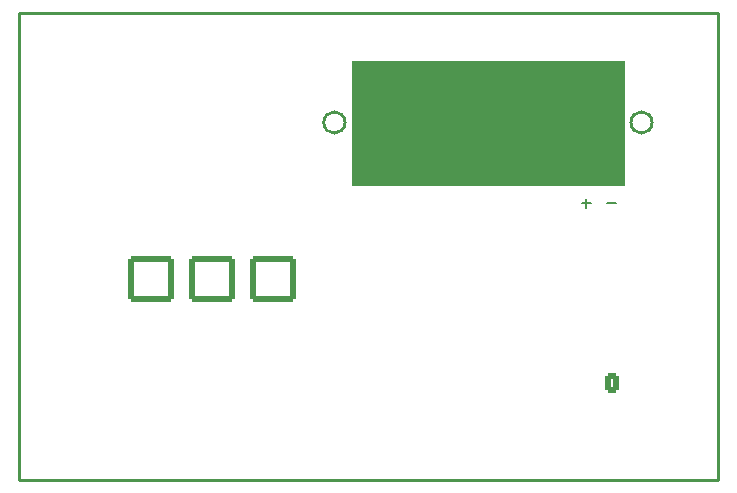
<source format=gbr>
G04 #@! TF.GenerationSoftware,KiCad,Pcbnew,(6.0.0)*
G04 #@! TF.CreationDate,2023-04-26T16:34:13+03:00*
G04 #@! TF.ProjectId,AccLoad,4163634c-6f61-4642-9e6b-696361645f70,rev?*
G04 #@! TF.SameCoordinates,Original*
G04 #@! TF.FileFunction,Legend,Bot*
G04 #@! TF.FilePolarity,Positive*
%FSLAX46Y46*%
G04 Gerber Fmt 4.6, Leading zero omitted, Abs format (unit mm)*
G04 Created by KiCad (PCBNEW (6.0.0)) date 2023-04-26 16:34:13*
%MOMM*%
%LPD*%
G01*
G04 APERTURE LIST*
G04 Aperture macros list*
%AMRoundRect*
0 Rectangle with rounded corners*
0 $1 Rounding radius*
0 $2 $3 $4 $5 $6 $7 $8 $9 X,Y pos of 4 corners*
0 Add a 4 corners polygon primitive as box body*
4,1,4,$2,$3,$4,$5,$6,$7,$8,$9,$2,$3,0*
0 Add four circle primitives for the rounded corners*
1,1,$1+$1,$2,$3*
1,1,$1+$1,$4,$5*
1,1,$1+$1,$6,$7*
1,1,$1+$1,$8,$9*
0 Add four rect primitives between the rounded corners*
20,1,$1+$1,$2,$3,$4,$5,0*
20,1,$1+$1,$4,$5,$6,$7,0*
20,1,$1+$1,$6,$7,$8,$9,0*
20,1,$1+$1,$8,$9,$2,$3,0*%
G04 Aperture macros list end*
G04 #@! TA.AperFunction,Profile*
%ADD10C,0.250000*%
G04 #@! TD*
G04 #@! TA.AperFunction,Profile*
%ADD11C,0.100000*%
G04 #@! TD*
%ADD12C,0.150000*%
%ADD13C,0.250000*%
%ADD14RoundRect,0.250002X-1.699998X-1.699998X1.699998X-1.699998X1.699998X1.699998X-1.699998X1.699998X0*%
%ADD15C,3.800000*%
%ADD16C,2.600000*%
%ADD17RoundRect,0.250000X0.350000X0.625000X-0.350000X0.625000X-0.350000X-0.625000X0.350000X-0.625000X0*%
%ADD18O,1.200000X1.750000*%
G04 APERTURE END LIST*
D10*
X163957000Y-107442000D02*
X163957000Y-67942000D01*
X158357000Y-77192000D02*
G75*
G03*
X158357000Y-77192000I-900000J0D01*
G01*
X163957000Y-67942000D02*
X104757000Y-67942000D01*
X132357000Y-77192000D02*
G75*
G03*
X132357000Y-77192000I-900000J0D01*
G01*
X104757000Y-67942000D02*
X104757000Y-107442000D01*
X104757000Y-107442000D02*
X163957000Y-107442000D01*
D11*
X132958601Y-71943907D02*
X155955736Y-71943907D01*
X155955736Y-71943907D02*
X155955736Y-82447233D01*
X155955736Y-82447233D02*
X132958601Y-82447233D01*
X132958601Y-82447233D02*
X132958601Y-71943907D01*
G36*
X132958601Y-71943907D02*
G01*
X155955736Y-71943907D01*
X155955736Y-82447233D01*
X132958601Y-82447233D01*
X132958601Y-71943907D01*
G37*
D12*
X154541047Y-84015428D02*
X155302952Y-84015428D01*
X152382047Y-84015428D02*
X153143952Y-84015428D01*
X152763000Y-84396380D02*
X152763000Y-83634476D01*
%LPC*%
D13*
X149756840Y-84935700D02*
X151056840Y-84935700D01*
X151056840Y-84935700D02*
X151056840Y-88935700D01*
X151056840Y-88935700D02*
X149756840Y-88935700D01*
X149756840Y-88935700D02*
X149756840Y-84935700D01*
G36*
X151056840Y-88935700D02*
G01*
X149756840Y-88935700D01*
X149756840Y-84935700D01*
X151056840Y-84935700D01*
X151056840Y-88935700D01*
G37*
X151056840Y-88935700D02*
X149756840Y-88935700D01*
X149756840Y-84935700D01*
X151056840Y-84935700D01*
X151056840Y-88935700D01*
X151959134Y-84929919D02*
X153259134Y-84929919D01*
X153259134Y-84929919D02*
X153259134Y-88929919D01*
X153259134Y-88929919D02*
X151959134Y-88929919D01*
X151959134Y-88929919D02*
X151959134Y-84929919D01*
G36*
X153259134Y-88929919D02*
G01*
X151959134Y-88929919D01*
X151959134Y-84929919D01*
X153259134Y-84929919D01*
X153259134Y-88929919D01*
G37*
X153259134Y-88929919D02*
X151959134Y-88929919D01*
X151959134Y-84929919D01*
X153259134Y-84929919D01*
X153259134Y-88929919D01*
X154158363Y-84942844D02*
X155458363Y-84942844D01*
X155458363Y-84942844D02*
X155458363Y-88942844D01*
X155458363Y-88942844D02*
X154158363Y-88942844D01*
X154158363Y-88942844D02*
X154158363Y-84942844D01*
G36*
X155458363Y-88942844D02*
G01*
X154158363Y-88942844D01*
X154158363Y-84942844D01*
X155458363Y-84942844D01*
X155458363Y-88942844D01*
G37*
X155458363Y-88942844D02*
X154158363Y-88942844D01*
X154158363Y-84942844D01*
X155458363Y-84942844D01*
X155458363Y-88942844D01*
D14*
X115967010Y-90445548D03*
D15*
X122664000Y-99311000D03*
D16*
X122664000Y-99311000D03*
D17*
X154956102Y-99242699D03*
D18*
X152956102Y-99242699D03*
X150956102Y-99242699D03*
X148956102Y-99242699D03*
D16*
X115933000Y-99184000D03*
D15*
X115933000Y-99184000D03*
D14*
X121134109Y-90437019D03*
X126257189Y-90445044D03*
M02*

</source>
